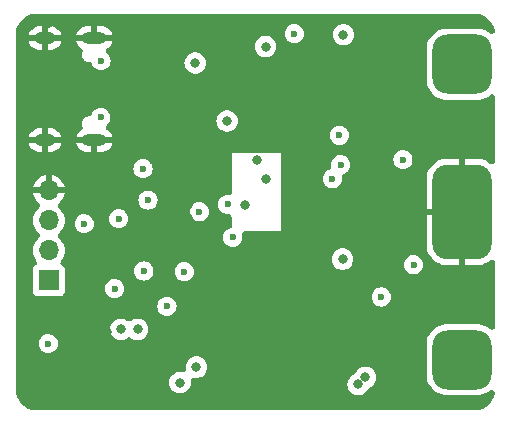
<source format=gbr>
%TF.GenerationSoftware,KiCad,Pcbnew,7.0.5*%
%TF.CreationDate,2024-02-18T20:54:15+09:00*%
%TF.ProjectId,tdc-tdt-kicad,7464632d-7464-4742-9d6b-696361642e6b,rev?*%
%TF.SameCoordinates,Original*%
%TF.FileFunction,Copper,L2,Inr*%
%TF.FilePolarity,Positive*%
%FSLAX46Y46*%
G04 Gerber Fmt 4.6, Leading zero omitted, Abs format (unit mm)*
G04 Created by KiCad (PCBNEW 7.0.5) date 2024-02-18 20:54:15*
%MOMM*%
%LPD*%
G01*
G04 APERTURE LIST*
G04 Aperture macros list*
%AMRoundRect*
0 Rectangle with rounded corners*
0 $1 Rounding radius*
0 $2 $3 $4 $5 $6 $7 $8 $9 X,Y pos of 4 corners*
0 Add a 4 corners polygon primitive as box body*
4,1,4,$2,$3,$4,$5,$6,$7,$8,$9,$2,$3,0*
0 Add four circle primitives for the rounded corners*
1,1,$1+$1,$2,$3*
1,1,$1+$1,$4,$5*
1,1,$1+$1,$6,$7*
1,1,$1+$1,$8,$9*
0 Add four rect primitives between the rounded corners*
20,1,$1+$1,$2,$3,$4,$5,0*
20,1,$1+$1,$4,$5,$6,$7,0*
20,1,$1+$1,$6,$7,$8,$9,0*
20,1,$1+$1,$8,$9,$2,$3,0*%
G04 Aperture macros list end*
%TA.AperFunction,ComponentPad*%
%ADD10R,1.700000X1.700000*%
%TD*%
%TA.AperFunction,ComponentPad*%
%ADD11O,1.700000X1.700000*%
%TD*%
%TA.AperFunction,ComponentPad*%
%ADD12RoundRect,1.250000X1.250000X-1.250000X1.250000X1.250000X-1.250000X1.250000X-1.250000X-1.250000X0*%
%TD*%
%TA.AperFunction,ComponentPad*%
%ADD13RoundRect,1.250000X1.250000X-2.750000X1.250000X2.750000X-1.250000X2.750000X-1.250000X-2.750000X0*%
%TD*%
%TA.AperFunction,ComponentPad*%
%ADD14O,2.100000X1.000000*%
%TD*%
%TA.AperFunction,ComponentPad*%
%ADD15O,1.800000X1.000000*%
%TD*%
%TA.AperFunction,ViaPad*%
%ADD16C,0.600000*%
%TD*%
%TA.AperFunction,ViaPad*%
%ADD17C,0.800000*%
%TD*%
G04 APERTURE END LIST*
D10*
%TO.N,VCC*%
%TO.C,J2*%
X132000000Y-72800000D03*
D11*
%TO.N,UART1_RX*%
X132000000Y-70260000D03*
%TO.N,UART1_TX*%
X132000000Y-67720000D03*
%TO.N,GND*%
X132000000Y-65180000D03*
%TD*%
D12*
%TO.N,TRAN_START*%
%TO.C,J1*%
X167000000Y-54500000D03*
D13*
%TO.N,GND*%
X167000000Y-67000000D03*
D12*
%TO.N,TRAN_STOP*%
X167000000Y-79500000D03*
%TD*%
D14*
%TO.N,GND*%
%TO.C,U1*%
X135860000Y-52280000D03*
D15*
X131680000Y-52280000D03*
D14*
X135860000Y-60920000D03*
D15*
X131680000Y-60920000D03*
%TD*%
D16*
%TO.N,GND*%
X147400000Y-75900000D03*
D17*
X139710000Y-54600000D03*
X153900000Y-78800000D03*
X160200000Y-71900000D03*
%TO.N,Net-(IC2-TRIGG)*%
X147100000Y-59310000D03*
%TO.N,GND*%
X142200000Y-53887500D03*
X143000000Y-61120000D03*
X140400000Y-61520000D03*
X158200000Y-76800000D03*
%TO.N,+3.3VA*%
X158200000Y-81600000D03*
X158800000Y-81000000D03*
D16*
%TO.N,+1V1*%
X137920000Y-67583000D03*
X147580000Y-69163000D03*
X144749502Y-66994268D03*
X140400000Y-66000000D03*
X147150500Y-66367326D03*
D17*
%TO.N,GND*%
X141500000Y-68700000D03*
X165000000Y-60000000D03*
D16*
X153650000Y-53800000D03*
D17*
X168500000Y-59500000D03*
X140742500Y-80544227D03*
X149600000Y-62600000D03*
X130000000Y-76000000D03*
X136912500Y-77144227D03*
X150450000Y-51000000D03*
D16*
X136050000Y-70400000D03*
X144200000Y-73800000D03*
D17*
X152400000Y-64200000D03*
X141450000Y-83144227D03*
X143800000Y-66400000D03*
X141500000Y-67550000D03*
X168500000Y-73000000D03*
X138000000Y-51000000D03*
D16*
X163945000Y-63055000D03*
X153550000Y-56600000D03*
D17*
X168500000Y-83000000D03*
D16*
X145150000Y-56200000D03*
D17*
X141500000Y-66400000D03*
X142650000Y-66400000D03*
X168000000Y-51000000D03*
X162000000Y-83000000D03*
X142650000Y-68700000D03*
X130000000Y-81000000D03*
X132000000Y-51000000D03*
D16*
X135800000Y-64920000D03*
X156400000Y-73280000D03*
X145362500Y-53187500D03*
D17*
X154400000Y-60800000D03*
X141000000Y-51000000D03*
X143800000Y-67550000D03*
X131500000Y-83000000D03*
X139912500Y-81444227D03*
X146950000Y-51000000D03*
X146312500Y-81344227D03*
X164500000Y-51000000D03*
X165500000Y-83000000D03*
D16*
X140000000Y-74200000D03*
D17*
X148650000Y-66400000D03*
D16*
X161350000Y-59200000D03*
D17*
X168500000Y-61500000D03*
X149700000Y-69200000D03*
X142650000Y-67550000D03*
X150400000Y-64200000D03*
X130000000Y-78500000D03*
X134600000Y-83100000D03*
D16*
X153600000Y-58200000D03*
D17*
X168500000Y-75000000D03*
X154950000Y-51000000D03*
X143800000Y-68700000D03*
X137950000Y-83144227D03*
%TO.N,+3.3V*%
X143112500Y-81444227D03*
X138112500Y-76944227D03*
D16*
X139975000Y-63335000D03*
X140050000Y-72000000D03*
X135000000Y-68000000D03*
X143482475Y-72057023D03*
D17*
X144500000Y-80144227D03*
X139512500Y-76944227D03*
%TO.N,+3.3VA*%
X156950000Y-52000000D03*
D16*
X156600000Y-60500000D03*
X161979500Y-62570000D03*
D17*
X144400000Y-54400000D03*
X150350000Y-53000000D03*
D16*
X152800000Y-51920000D03*
%TO.N,VBUS*%
X136430000Y-54200000D03*
X136400000Y-59000498D03*
X131950000Y-78150000D03*
%TO.N,/QSPI_SS*%
X137570882Y-73495389D03*
X142000000Y-75000000D03*
D17*
%TO.N,+2V8*%
X156874332Y-71001770D03*
D16*
X156700000Y-63000000D03*
%TO.N,MUX2*%
X162880000Y-71480000D03*
X160160000Y-74200000D03*
%TO.N,Net-(IC2-TRIGG)*%
X156000000Y-64200000D03*
%TD*%
%TA.AperFunction,Conductor*%
%TO.N,GND*%
G36*
X168004131Y-50200770D02*
G01*
X168226607Y-50215352D01*
X168243013Y-50217512D01*
X168397768Y-50248294D01*
X168457605Y-50260197D01*
X168473599Y-50264482D01*
X168680779Y-50334811D01*
X168696081Y-50341149D01*
X168892308Y-50437917D01*
X168906652Y-50446199D01*
X169088578Y-50567758D01*
X169101699Y-50577827D01*
X169266204Y-50722093D01*
X169277906Y-50733795D01*
X169422168Y-50898295D01*
X169432242Y-50911423D01*
X169536487Y-51067437D01*
X169553799Y-51093345D01*
X169562082Y-51107691D01*
X169658850Y-51303918D01*
X169665189Y-51319222D01*
X169735514Y-51526393D01*
X169739801Y-51542392D01*
X169757201Y-51629863D01*
X169757202Y-51728579D01*
X169719426Y-51819780D01*
X169649624Y-51889584D01*
X169558423Y-51927361D01*
X169459707Y-51927362D01*
X169368506Y-51889586D01*
X169358826Y-51882786D01*
X169188208Y-51756864D01*
X169188197Y-51756857D01*
X168955180Y-51633705D01*
X168706418Y-51546658D01*
X168706406Y-51546655D01*
X168447439Y-51497656D01*
X168447441Y-51497656D01*
X168337806Y-51491500D01*
X165662193Y-51491500D01*
X165552566Y-51497656D01*
X165552558Y-51497656D01*
X165552558Y-51497657D01*
X165552556Y-51497657D01*
X165552551Y-51497658D01*
X165293593Y-51546655D01*
X165293581Y-51546658D01*
X165044819Y-51633705D01*
X164811802Y-51756857D01*
X164811791Y-51756864D01*
X164599735Y-51913369D01*
X164413369Y-52099735D01*
X164256864Y-52311791D01*
X164256857Y-52311802D01*
X164133705Y-52544819D01*
X164046658Y-52793581D01*
X164046655Y-52793593D01*
X163997656Y-53052559D01*
X163991500Y-53162176D01*
X163991500Y-55837806D01*
X163997656Y-55947433D01*
X163997658Y-55947448D01*
X164046655Y-56206406D01*
X164046658Y-56206418D01*
X164133705Y-56455180D01*
X164133706Y-56455182D01*
X164256860Y-56688202D01*
X164413369Y-56900264D01*
X164599736Y-57086631D01*
X164811798Y-57243140D01*
X165044818Y-57366294D01*
X165293590Y-57453344D01*
X165552558Y-57502343D01*
X165662176Y-57508499D01*
X165662177Y-57508499D01*
X165662195Y-57508500D01*
X168337804Y-57508499D01*
X168337806Y-57508499D01*
X168357738Y-57507379D01*
X168447442Y-57502343D01*
X168706410Y-57453344D01*
X168955182Y-57366294D01*
X169188202Y-57243140D01*
X169396266Y-57089581D01*
X169485599Y-57047585D01*
X169584207Y-57042972D01*
X169677074Y-57076445D01*
X169750063Y-57142909D01*
X169792061Y-57232245D01*
X169799500Y-57293146D01*
X169799500Y-62707474D01*
X169780242Y-62804293D01*
X169725398Y-62886372D01*
X169643319Y-62941216D01*
X169546500Y-62960474D01*
X169449681Y-62941216D01*
X169396264Y-62911038D01*
X169187934Y-62757284D01*
X169187930Y-62757281D01*
X168954987Y-62634167D01*
X168954969Y-62634160D01*
X168706284Y-62547141D01*
X168706277Y-62547139D01*
X168447383Y-62498154D01*
X168447385Y-62498154D01*
X168337805Y-62492000D01*
X167254000Y-62492000D01*
X167254000Y-66031300D01*
X167101690Y-66000000D01*
X166949288Y-66000000D01*
X166797663Y-66015419D01*
X166746000Y-66031628D01*
X166746000Y-62492000D01*
X165662194Y-62492000D01*
X165552615Y-62498154D01*
X165293722Y-62547139D01*
X165293715Y-62547141D01*
X165045030Y-62634160D01*
X165045012Y-62634167D01*
X164812069Y-62757281D01*
X164812056Y-62757290D01*
X164600065Y-62913746D01*
X164413746Y-63100065D01*
X164257290Y-63312056D01*
X164257281Y-63312069D01*
X164134167Y-63545012D01*
X164134160Y-63545030D01*
X164047141Y-63793715D01*
X164047139Y-63793722D01*
X163998154Y-64052615D01*
X163992000Y-64162194D01*
X163992000Y-66746000D01*
X166032790Y-66746000D01*
X166006434Y-66847791D01*
X165996133Y-67050910D01*
X166026931Y-67251945D01*
X166027692Y-67254000D01*
X163992000Y-67254000D01*
X163992000Y-69837805D01*
X163998154Y-69947384D01*
X164047139Y-70206277D01*
X164047141Y-70206284D01*
X164134160Y-70454969D01*
X164134167Y-70454987D01*
X164257281Y-70687930D01*
X164257290Y-70687943D01*
X164413746Y-70899934D01*
X164600065Y-71086253D01*
X164812056Y-71242709D01*
X164812069Y-71242718D01*
X165045012Y-71365832D01*
X165045030Y-71365839D01*
X165293715Y-71452858D01*
X165293722Y-71452860D01*
X165552616Y-71501845D01*
X165552614Y-71501845D01*
X165662194Y-71507999D01*
X165662230Y-71508000D01*
X166746000Y-71508000D01*
X166746000Y-67968699D01*
X166898310Y-68000000D01*
X167050712Y-68000000D01*
X167202337Y-67984581D01*
X167254000Y-67968371D01*
X167254000Y-71508000D01*
X168337770Y-71508000D01*
X168337805Y-71507999D01*
X168447384Y-71501845D01*
X168706277Y-71452860D01*
X168706284Y-71452858D01*
X168954969Y-71365839D01*
X168954987Y-71365832D01*
X169187930Y-71242718D01*
X169187936Y-71242714D01*
X169396263Y-71088962D01*
X169485600Y-71046964D01*
X169584207Y-71042351D01*
X169677075Y-71075824D01*
X169750063Y-71142288D01*
X169792061Y-71231625D01*
X169799500Y-71292525D01*
X169799500Y-76706853D01*
X169780242Y-76803672D01*
X169725398Y-76885751D01*
X169643319Y-76940595D01*
X169546500Y-76959853D01*
X169449681Y-76940595D01*
X169396263Y-76910416D01*
X169188208Y-76756864D01*
X169188197Y-76756857D01*
X168955180Y-76633705D01*
X168706418Y-76546658D01*
X168706406Y-76546655D01*
X168447439Y-76497656D01*
X168447441Y-76497656D01*
X168337806Y-76491500D01*
X165662193Y-76491500D01*
X165552566Y-76497656D01*
X165552558Y-76497656D01*
X165552558Y-76497657D01*
X165552556Y-76497657D01*
X165552551Y-76497658D01*
X165293593Y-76546655D01*
X165293581Y-76546658D01*
X165044819Y-76633705D01*
X164811802Y-76756857D01*
X164811791Y-76756864D01*
X164599735Y-76913369D01*
X164413369Y-77099735D01*
X164256864Y-77311791D01*
X164256857Y-77311802D01*
X164133705Y-77544819D01*
X164046658Y-77793581D01*
X164046655Y-77793593D01*
X163997656Y-78052559D01*
X163991500Y-78162176D01*
X163991500Y-80837806D01*
X163997656Y-80947433D01*
X163997658Y-80947448D01*
X164046655Y-81206406D01*
X164046658Y-81206418D01*
X164133705Y-81455180D01*
X164256857Y-81688197D01*
X164256864Y-81688208D01*
X164411208Y-81897336D01*
X164413369Y-81900264D01*
X164599736Y-82086631D01*
X164811798Y-82243140D01*
X165044818Y-82366294D01*
X165293590Y-82453344D01*
X165552558Y-82502343D01*
X165662176Y-82508499D01*
X165662177Y-82508499D01*
X165662195Y-82508500D01*
X168337804Y-82508499D01*
X168337806Y-82508499D01*
X168357738Y-82507379D01*
X168447442Y-82502343D01*
X168706410Y-82453344D01*
X168955182Y-82366294D01*
X169188202Y-82243140D01*
X169358828Y-82117211D01*
X169448162Y-82075215D01*
X169546770Y-82070602D01*
X169639637Y-82104075D01*
X169712626Y-82170539D01*
X169754624Y-82259875D01*
X169759237Y-82358483D01*
X169757201Y-82370136D01*
X169739801Y-82457607D01*
X169735514Y-82473606D01*
X169665189Y-82680777D01*
X169658850Y-82696081D01*
X169562082Y-82892308D01*
X169553799Y-82906654D01*
X169478669Y-83019094D01*
X169432247Y-83088568D01*
X169422168Y-83101704D01*
X169277912Y-83266198D01*
X169266198Y-83277912D01*
X169101704Y-83422168D01*
X169088568Y-83432247D01*
X169019094Y-83478669D01*
X168906654Y-83553799D01*
X168892308Y-83562082D01*
X168696081Y-83658850D01*
X168680777Y-83665189D01*
X168473606Y-83735515D01*
X168457605Y-83739802D01*
X168243019Y-83782485D01*
X168226596Y-83784648D01*
X168171451Y-83788262D01*
X168004130Y-83799229D01*
X167995862Y-83799500D01*
X131004138Y-83799500D01*
X130995868Y-83799229D01*
X130773403Y-83784648D01*
X130756980Y-83782485D01*
X130542394Y-83739802D01*
X130526393Y-83735515D01*
X130319222Y-83665189D01*
X130303918Y-83658850D01*
X130107691Y-83562082D01*
X130093345Y-83553799D01*
X130067437Y-83536487D01*
X129911423Y-83432242D01*
X129898295Y-83422168D01*
X129733795Y-83277906D01*
X129722093Y-83266204D01*
X129577827Y-83101699D01*
X129567758Y-83088578D01*
X129446199Y-82906652D01*
X129437917Y-82892308D01*
X129341149Y-82696081D01*
X129334810Y-82680777D01*
X129274239Y-82502343D01*
X129264482Y-82473599D01*
X129260197Y-82457605D01*
X129217514Y-82243019D01*
X129215352Y-82226609D01*
X129200768Y-82004101D01*
X129200500Y-81995886D01*
X129200500Y-81960118D01*
X129200500Y-81960117D01*
X129200500Y-81444227D01*
X142198996Y-81444227D01*
X142218958Y-81634157D01*
X142277973Y-81815785D01*
X142373460Y-81981172D01*
X142501244Y-82123091D01*
X142501248Y-82123094D01*
X142655747Y-82235344D01*
X142655748Y-82235345D01*
X142830212Y-82313021D01*
X142830217Y-82313022D01*
X142830220Y-82313023D01*
X143017008Y-82352726D01*
X143017013Y-82352727D01*
X143017015Y-82352727D01*
X143207985Y-82352727D01*
X143207987Y-82352727D01*
X143394788Y-82313021D01*
X143569252Y-82235345D01*
X143723753Y-82123093D01*
X143729048Y-82117213D01*
X143851539Y-81981172D01*
X143863696Y-81960117D01*
X143947027Y-81815783D01*
X144006042Y-81634155D01*
X144009632Y-81600000D01*
X157286496Y-81600000D01*
X157306458Y-81789930D01*
X157365473Y-81971558D01*
X157460960Y-82136945D01*
X157588744Y-82278864D01*
X157588748Y-82278867D01*
X157743247Y-82391117D01*
X157743248Y-82391118D01*
X157917712Y-82468794D01*
X157917717Y-82468795D01*
X157917720Y-82468796D01*
X158104508Y-82508499D01*
X158104513Y-82508500D01*
X158104515Y-82508500D01*
X158295485Y-82508500D01*
X158295487Y-82508500D01*
X158413654Y-82483382D01*
X158482279Y-82468796D01*
X158482279Y-82468795D01*
X158482288Y-82468794D01*
X158656752Y-82391118D01*
X158811253Y-82278866D01*
X158939040Y-82136944D01*
X159034527Y-81971556D01*
X159034528Y-81971551D01*
X159034531Y-81971547D01*
X159039920Y-81959444D01*
X159043268Y-81960934D01*
X159078860Y-81897336D01*
X159156364Y-81836197D01*
X159168390Y-81830459D01*
X159256752Y-81791118D01*
X159411253Y-81678866D01*
X159539040Y-81536944D01*
X159634527Y-81371556D01*
X159693542Y-81189928D01*
X159713504Y-81000000D01*
X159693542Y-80810072D01*
X159634527Y-80628444D01*
X159634526Y-80628443D01*
X159634526Y-80628441D01*
X159539039Y-80463054D01*
X159411255Y-80321135D01*
X159411251Y-80321132D01*
X159256752Y-80208882D01*
X159256753Y-80208882D01*
X159082288Y-80131206D01*
X159082279Y-80131203D01*
X158895491Y-80091500D01*
X158895487Y-80091500D01*
X158704513Y-80091500D01*
X158704508Y-80091500D01*
X158517720Y-80131203D01*
X158517711Y-80131206D01*
X158343246Y-80208882D01*
X158188748Y-80321132D01*
X158188744Y-80321135D01*
X158060960Y-80463054D01*
X157965474Y-80628440D01*
X157960083Y-80640550D01*
X157956751Y-80639066D01*
X157921009Y-80702817D01*
X157843456Y-80763894D01*
X157831612Y-80769539D01*
X157743248Y-80808881D01*
X157743247Y-80808882D01*
X157588748Y-80921132D01*
X157588744Y-80921135D01*
X157460960Y-81063054D01*
X157365473Y-81228441D01*
X157306458Y-81410069D01*
X157286496Y-81600000D01*
X144009632Y-81600000D01*
X144026004Y-81444227D01*
X144011665Y-81307801D01*
X144020697Y-81209504D01*
X144066661Y-81122142D01*
X144142557Y-81059019D01*
X144236833Y-81029745D01*
X144315880Y-81033888D01*
X144404508Y-81052726D01*
X144404513Y-81052727D01*
X144404515Y-81052727D01*
X144595485Y-81052727D01*
X144595487Y-81052727D01*
X144782288Y-81013021D01*
X144956752Y-80935345D01*
X145111253Y-80823093D01*
X145239040Y-80681171D01*
X145334527Y-80515783D01*
X145393542Y-80334155D01*
X145413504Y-80144227D01*
X145393542Y-79954299D01*
X145334527Y-79772671D01*
X145334526Y-79772670D01*
X145334526Y-79772668D01*
X145239039Y-79607281D01*
X145111255Y-79465362D01*
X145111251Y-79465359D01*
X144956752Y-79353109D01*
X144956753Y-79353109D01*
X144782288Y-79275433D01*
X144782279Y-79275430D01*
X144595491Y-79235727D01*
X144595487Y-79235727D01*
X144404513Y-79235727D01*
X144404508Y-79235727D01*
X144217720Y-79275430D01*
X144217711Y-79275433D01*
X144043246Y-79353109D01*
X143888748Y-79465359D01*
X143888744Y-79465362D01*
X143760960Y-79607281D01*
X143665473Y-79772668D01*
X143606458Y-79954296D01*
X143586496Y-80144227D01*
X143586496Y-80144228D01*
X143600834Y-80280649D01*
X143591801Y-80378951D01*
X143545837Y-80466313D01*
X143469941Y-80529435D01*
X143375665Y-80558708D01*
X143296621Y-80554566D01*
X143207987Y-80535727D01*
X143017013Y-80535727D01*
X143017008Y-80535727D01*
X142830220Y-80575430D01*
X142830211Y-80575433D01*
X142655746Y-80653109D01*
X142501248Y-80765359D01*
X142501244Y-80765362D01*
X142373460Y-80907281D01*
X142277973Y-81072668D01*
X142218958Y-81254296D01*
X142198996Y-81444227D01*
X129200500Y-81444227D01*
X129200500Y-78150001D01*
X131136384Y-78150001D01*
X131156783Y-78331046D01*
X131216957Y-78503016D01*
X131313886Y-78657277D01*
X131313889Y-78657281D01*
X131442719Y-78786111D01*
X131596985Y-78883043D01*
X131768953Y-78943217D01*
X131931665Y-78961550D01*
X131949999Y-78963616D01*
X131950000Y-78963616D01*
X131950001Y-78963616D01*
X131966648Y-78961740D01*
X132131047Y-78943217D01*
X132303015Y-78883043D01*
X132457281Y-78786111D01*
X132586111Y-78657281D01*
X132683043Y-78503015D01*
X132743217Y-78331047D01*
X132763616Y-78150000D01*
X132743217Y-77968953D01*
X132683043Y-77796985D01*
X132586111Y-77642719D01*
X132457281Y-77513889D01*
X132457277Y-77513886D01*
X132303016Y-77416957D01*
X132217031Y-77386869D01*
X132131047Y-77356783D01*
X132040523Y-77346583D01*
X131950001Y-77336384D01*
X131949999Y-77336384D01*
X131768953Y-77356783D01*
X131596983Y-77416957D01*
X131442722Y-77513886D01*
X131442718Y-77513889D01*
X131313889Y-77642718D01*
X131313886Y-77642722D01*
X131216957Y-77796983D01*
X131156783Y-77968953D01*
X131136384Y-78149998D01*
X131136384Y-78150001D01*
X129200500Y-78150001D01*
X129200500Y-76944227D01*
X137198996Y-76944227D01*
X137218958Y-77134157D01*
X137277973Y-77315785D01*
X137373460Y-77481172D01*
X137501244Y-77623091D01*
X137501248Y-77623094D01*
X137655747Y-77735344D01*
X137655748Y-77735345D01*
X137830212Y-77813021D01*
X137830217Y-77813022D01*
X137830220Y-77813023D01*
X138017008Y-77852726D01*
X138017013Y-77852727D01*
X138017015Y-77852727D01*
X138207985Y-77852727D01*
X138207987Y-77852727D01*
X138394788Y-77813021D01*
X138569252Y-77735345D01*
X138663792Y-77666656D01*
X138753436Y-77625330D01*
X138852076Y-77621453D01*
X138944690Y-77655620D01*
X138961189Y-77666644D01*
X139055748Y-77735345D01*
X139230212Y-77813021D01*
X139230217Y-77813022D01*
X139230220Y-77813023D01*
X139417008Y-77852726D01*
X139417013Y-77852727D01*
X139417015Y-77852727D01*
X139607985Y-77852727D01*
X139607987Y-77852727D01*
X139794788Y-77813021D01*
X139969252Y-77735345D01*
X140123753Y-77623093D01*
X140251540Y-77481171D01*
X140347027Y-77315783D01*
X140406042Y-77134155D01*
X140426004Y-76944227D01*
X140406042Y-76754299D01*
X140347027Y-76572671D01*
X140347026Y-76572670D01*
X140347026Y-76572668D01*
X140251539Y-76407281D01*
X140123755Y-76265362D01*
X140123751Y-76265359D01*
X139969252Y-76153109D01*
X139969253Y-76153109D01*
X139794788Y-76075433D01*
X139794779Y-76075430D01*
X139607991Y-76035727D01*
X139607987Y-76035727D01*
X139417013Y-76035727D01*
X139417008Y-76035727D01*
X139230220Y-76075430D01*
X139230211Y-76075433D01*
X139055747Y-76153109D01*
X138961209Y-76221795D01*
X138871561Y-76263123D01*
X138772921Y-76266998D01*
X138680307Y-76232831D01*
X138663791Y-76221795D01*
X138569252Y-76153109D01*
X138394788Y-76075433D01*
X138394779Y-76075430D01*
X138207991Y-76035727D01*
X138207987Y-76035727D01*
X138017013Y-76035727D01*
X138017008Y-76035727D01*
X137830220Y-76075430D01*
X137830211Y-76075433D01*
X137655746Y-76153109D01*
X137501248Y-76265359D01*
X137501244Y-76265362D01*
X137373460Y-76407281D01*
X137277973Y-76572668D01*
X137218958Y-76754296D01*
X137198996Y-76944227D01*
X129200500Y-76944227D01*
X129200500Y-75000001D01*
X141186384Y-75000001D01*
X141206783Y-75181046D01*
X141266957Y-75353016D01*
X141363886Y-75507277D01*
X141363889Y-75507281D01*
X141492719Y-75636111D01*
X141646985Y-75733043D01*
X141818953Y-75793217D01*
X141981665Y-75811550D01*
X141999999Y-75813616D01*
X142000000Y-75813616D01*
X142000001Y-75813616D01*
X142016648Y-75811740D01*
X142181047Y-75793217D01*
X142353015Y-75733043D01*
X142507281Y-75636111D01*
X142636111Y-75507281D01*
X142733043Y-75353015D01*
X142793217Y-75181047D01*
X142813616Y-75000000D01*
X142793217Y-74818953D01*
X142733043Y-74646985D01*
X142636111Y-74492719D01*
X142507281Y-74363889D01*
X142507277Y-74363886D01*
X142353016Y-74266957D01*
X142242916Y-74228432D01*
X142181047Y-74206783D01*
X142120857Y-74200001D01*
X159346384Y-74200001D01*
X159353928Y-74266957D01*
X159364849Y-74363886D01*
X159366783Y-74381046D01*
X159426957Y-74553016D01*
X159486001Y-74646983D01*
X159523889Y-74707281D01*
X159652719Y-74836111D01*
X159806985Y-74933043D01*
X159978953Y-74993217D01*
X160141665Y-75011550D01*
X160159999Y-75013616D01*
X160160000Y-75013616D01*
X160160001Y-75013616D01*
X160176648Y-75011740D01*
X160341047Y-74993217D01*
X160513015Y-74933043D01*
X160667281Y-74836111D01*
X160796111Y-74707281D01*
X160893043Y-74553015D01*
X160953217Y-74381047D01*
X160973616Y-74200000D01*
X160953217Y-74018953D01*
X160893043Y-73846985D01*
X160837881Y-73759196D01*
X160796113Y-73692722D01*
X160796110Y-73692718D01*
X160667281Y-73563889D01*
X160667277Y-73563886D01*
X160513016Y-73466957D01*
X160427030Y-73436869D01*
X160341047Y-73406783D01*
X160250523Y-73396583D01*
X160160001Y-73386384D01*
X160159999Y-73386384D01*
X159978953Y-73406783D01*
X159806983Y-73466957D01*
X159652722Y-73563886D01*
X159652718Y-73563889D01*
X159523889Y-73692718D01*
X159523886Y-73692722D01*
X159426957Y-73846983D01*
X159366783Y-74018953D01*
X159346384Y-74199998D01*
X159346384Y-74200001D01*
X142120857Y-74200001D01*
X142090523Y-74196583D01*
X142000001Y-74186384D01*
X141999999Y-74186384D01*
X141818953Y-74206783D01*
X141646983Y-74266957D01*
X141492722Y-74363886D01*
X141492718Y-74363889D01*
X141363889Y-74492718D01*
X141363886Y-74492722D01*
X141266957Y-74646983D01*
X141206783Y-74818953D01*
X141186384Y-74999998D01*
X141186384Y-75000001D01*
X129200500Y-75000001D01*
X129200500Y-70260000D01*
X130636844Y-70260000D01*
X130655435Y-70484365D01*
X130655436Y-70484370D01*
X130710703Y-70702612D01*
X130710706Y-70702620D01*
X130801138Y-70908789D01*
X130924278Y-71097269D01*
X130945238Y-71120037D01*
X130996644Y-71204312D01*
X131011885Y-71301844D01*
X130988642Y-71397785D01*
X130930454Y-71477527D01*
X130910720Y-71493925D01*
X130786742Y-71586735D01*
X130786737Y-71586740D01*
X130699113Y-71703791D01*
X130648009Y-71840803D01*
X130641501Y-71901345D01*
X130641500Y-71901365D01*
X130641500Y-73698634D01*
X130641501Y-73698654D01*
X130648009Y-73759196D01*
X130648011Y-73759201D01*
X130699111Y-73896204D01*
X130699112Y-73896205D01*
X130699113Y-73896208D01*
X130786737Y-74013259D01*
X130786740Y-74013262D01*
X130903791Y-74100886D01*
X130903792Y-74100886D01*
X130903796Y-74100889D01*
X131040799Y-74151989D01*
X131040802Y-74151989D01*
X131040804Y-74151990D01*
X131040802Y-74151990D01*
X131089065Y-74157178D01*
X131101362Y-74158500D01*
X131101365Y-74158500D01*
X132898635Y-74158500D01*
X132898638Y-74158500D01*
X132921479Y-74156044D01*
X132959196Y-74151990D01*
X132959197Y-74151989D01*
X132959201Y-74151989D01*
X133096204Y-74100889D01*
X133213261Y-74013261D01*
X133300889Y-73896204D01*
X133351989Y-73759201D01*
X133358500Y-73698638D01*
X133358500Y-73495389D01*
X136757266Y-73495389D01*
X136777665Y-73676436D01*
X136806624Y-73759196D01*
X136837839Y-73848405D01*
X136934768Y-74002666D01*
X136934771Y-74002670D01*
X137063600Y-74131499D01*
X137063604Y-74131502D01*
X137172614Y-74199998D01*
X137217867Y-74228432D01*
X137389835Y-74288606D01*
X137552547Y-74306939D01*
X137570881Y-74309005D01*
X137570882Y-74309005D01*
X137570883Y-74309005D01*
X137587530Y-74307129D01*
X137751929Y-74288606D01*
X137923897Y-74228432D01*
X138078163Y-74131500D01*
X138206993Y-74002670D01*
X138303925Y-73848404D01*
X138364099Y-73676436D01*
X138384498Y-73495389D01*
X138381294Y-73466957D01*
X138380746Y-73462092D01*
X138364099Y-73314342D01*
X138303925Y-73142374D01*
X138206993Y-72988108D01*
X138078163Y-72859278D01*
X138078159Y-72859275D01*
X137923898Y-72762346D01*
X137837912Y-72732259D01*
X137751929Y-72702172D01*
X137661405Y-72691972D01*
X137570883Y-72681773D01*
X137570881Y-72681773D01*
X137389835Y-72702172D01*
X137217865Y-72762346D01*
X137063604Y-72859275D01*
X137063600Y-72859278D01*
X136934771Y-72988107D01*
X136934768Y-72988111D01*
X136837839Y-73142372D01*
X136777665Y-73314342D01*
X136760470Y-73466957D01*
X136757266Y-73495389D01*
X133358500Y-73495389D01*
X133358500Y-72000000D01*
X139236384Y-72000000D01*
X139256783Y-72181047D01*
X139267979Y-72213043D01*
X139316957Y-72353016D01*
X139413886Y-72507277D01*
X139413889Y-72507281D01*
X139542718Y-72636110D01*
X139542722Y-72636113D01*
X139633473Y-72693136D01*
X139696985Y-72733043D01*
X139868953Y-72793217D01*
X140031665Y-72811550D01*
X140049999Y-72813616D01*
X140050000Y-72813616D01*
X140050001Y-72813616D01*
X140066648Y-72811740D01*
X140231047Y-72793217D01*
X140403015Y-72733043D01*
X140557281Y-72636111D01*
X140686111Y-72507281D01*
X140783043Y-72353015D01*
X140843217Y-72181047D01*
X140857191Y-72057023D01*
X142668859Y-72057023D01*
X142689258Y-72238070D01*
X142708694Y-72293616D01*
X142749432Y-72410039D01*
X142846361Y-72564300D01*
X142846364Y-72564304D01*
X142975193Y-72693133D01*
X142975197Y-72693136D01*
X143038708Y-72733043D01*
X143129460Y-72790066D01*
X143301428Y-72850240D01*
X143464140Y-72868573D01*
X143482474Y-72870639D01*
X143482475Y-72870639D01*
X143482476Y-72870639D01*
X143499123Y-72868763D01*
X143663522Y-72850240D01*
X143835490Y-72790066D01*
X143989756Y-72693134D01*
X144118586Y-72564304D01*
X144215518Y-72410038D01*
X144275692Y-72238070D01*
X144296091Y-72057023D01*
X144275692Y-71875976D01*
X144215518Y-71704008D01*
X144200832Y-71680636D01*
X144118588Y-71549745D01*
X144118585Y-71549741D01*
X143989756Y-71420912D01*
X143989752Y-71420909D01*
X143835491Y-71323980D01*
X143745596Y-71292525D01*
X143663522Y-71263806D01*
X143572998Y-71253606D01*
X143482476Y-71243407D01*
X143482474Y-71243407D01*
X143301428Y-71263806D01*
X143129458Y-71323980D01*
X142975197Y-71420909D01*
X142975193Y-71420912D01*
X142846364Y-71549741D01*
X142846361Y-71549745D01*
X142749432Y-71704006D01*
X142691152Y-71870563D01*
X142689258Y-71875976D01*
X142668859Y-72057023D01*
X140857191Y-72057023D01*
X140863616Y-72000000D01*
X140862182Y-71987277D01*
X140853506Y-71910270D01*
X140843217Y-71818953D01*
X140783043Y-71646985D01*
X140745188Y-71586740D01*
X140686113Y-71492722D01*
X140686110Y-71492718D01*
X140557281Y-71363889D01*
X140557277Y-71363886D01*
X140403016Y-71266957D01*
X140317031Y-71236869D01*
X140231047Y-71206783D01*
X140140523Y-71196583D01*
X140050001Y-71186384D01*
X140049999Y-71186384D01*
X139868953Y-71206783D01*
X139696983Y-71266957D01*
X139542722Y-71363886D01*
X139542718Y-71363889D01*
X139413889Y-71492718D01*
X139413886Y-71492722D01*
X139316957Y-71646983D01*
X139256783Y-71818953D01*
X139237818Y-71987277D01*
X139236384Y-72000000D01*
X133358500Y-72000000D01*
X133358500Y-71901362D01*
X133355189Y-71870563D01*
X133351990Y-71840803D01*
X133349086Y-71833016D01*
X133300889Y-71703796D01*
X133300886Y-71703792D01*
X133300886Y-71703791D01*
X133213262Y-71586740D01*
X133213261Y-71586739D01*
X133089279Y-71493926D01*
X133023313Y-71420487D01*
X132990473Y-71327394D01*
X132995757Y-71228820D01*
X133038362Y-71139771D01*
X133054764Y-71120034D01*
X133075721Y-71097269D01*
X133081149Y-71088962D01*
X133138115Y-71001769D01*
X155960828Y-71001769D01*
X155980790Y-71191700D01*
X156039805Y-71373328D01*
X156135292Y-71538715D01*
X156263076Y-71680634D01*
X156263080Y-71680637D01*
X156417579Y-71792887D01*
X156417580Y-71792888D01*
X156592044Y-71870564D01*
X156592049Y-71870565D01*
X156592052Y-71870566D01*
X156778840Y-71910269D01*
X156778845Y-71910270D01*
X156778847Y-71910270D01*
X156969817Y-71910270D01*
X156969819Y-71910270D01*
X157156620Y-71870564D01*
X157331084Y-71792888D01*
X157485585Y-71680636D01*
X157515885Y-71646985D01*
X157613371Y-71538715D01*
X157631105Y-71508000D01*
X157647271Y-71480000D01*
X162066384Y-71480000D01*
X162086783Y-71661047D01*
X162101815Y-71704006D01*
X162146957Y-71833016D01*
X162243886Y-71987277D01*
X162243889Y-71987281D01*
X162372718Y-72116110D01*
X162372722Y-72116113D01*
X162476063Y-72181047D01*
X162526985Y-72213043D01*
X162698953Y-72273217D01*
X162861665Y-72291550D01*
X162879999Y-72293616D01*
X162880000Y-72293616D01*
X162880001Y-72293616D01*
X162896648Y-72291740D01*
X163061047Y-72273217D01*
X163233015Y-72213043D01*
X163387281Y-72116111D01*
X163516111Y-71987281D01*
X163613043Y-71833015D01*
X163673217Y-71661047D01*
X163693616Y-71480000D01*
X163693337Y-71477527D01*
X163686958Y-71420909D01*
X163673217Y-71298953D01*
X163613043Y-71126985D01*
X163608677Y-71120037D01*
X163516113Y-70972722D01*
X163516110Y-70972718D01*
X163387281Y-70843889D01*
X163387277Y-70843886D01*
X163233016Y-70746957D01*
X163147030Y-70716870D01*
X163061047Y-70686783D01*
X162970523Y-70676583D01*
X162880001Y-70666384D01*
X162879999Y-70666384D01*
X162698953Y-70686783D01*
X162526983Y-70746957D01*
X162372722Y-70843886D01*
X162372718Y-70843889D01*
X162243889Y-70972718D01*
X162243886Y-70972722D01*
X162146957Y-71126983D01*
X162086783Y-71298953D01*
X162066663Y-71477527D01*
X162066384Y-71480000D01*
X157647271Y-71480000D01*
X157708859Y-71373326D01*
X157767874Y-71191698D01*
X157787836Y-71001770D01*
X157767874Y-70811842D01*
X157708859Y-70630214D01*
X157708858Y-70630213D01*
X157708858Y-70630211D01*
X157613371Y-70464824D01*
X157485587Y-70322905D01*
X157485583Y-70322902D01*
X157331084Y-70210652D01*
X157331085Y-70210652D01*
X157156620Y-70132976D01*
X157156611Y-70132973D01*
X156969823Y-70093270D01*
X156969819Y-70093270D01*
X156778845Y-70093270D01*
X156778840Y-70093270D01*
X156592052Y-70132973D01*
X156592043Y-70132976D01*
X156417578Y-70210652D01*
X156263080Y-70322902D01*
X156263076Y-70322905D01*
X156135292Y-70464824D01*
X156039805Y-70630211D01*
X155980790Y-70811839D01*
X155960828Y-71001769D01*
X133138115Y-71001769D01*
X133198860Y-70908791D01*
X133289296Y-70702616D01*
X133344564Y-70484368D01*
X133363156Y-70260000D01*
X133344564Y-70035632D01*
X133289296Y-69817384D01*
X133224771Y-69670281D01*
X133198861Y-69611210D01*
X133075721Y-69422730D01*
X132923246Y-69257100D01*
X132923243Y-69257098D01*
X132923240Y-69257094D01*
X132836587Y-69189648D01*
X132772016Y-69114988D01*
X132740930Y-69021294D01*
X132748065Y-68922837D01*
X132792334Y-68834604D01*
X132836584Y-68790353D01*
X132923240Y-68722906D01*
X133075722Y-68557268D01*
X133198860Y-68368791D01*
X133205780Y-68353016D01*
X133221997Y-68316043D01*
X133289296Y-68162616D01*
X133330476Y-68000001D01*
X134186384Y-68000001D01*
X134206783Y-68181046D01*
X134266957Y-68353016D01*
X134363886Y-68507277D01*
X134363889Y-68507281D01*
X134492718Y-68636110D01*
X134492722Y-68636113D01*
X134523929Y-68655722D01*
X134646985Y-68733043D01*
X134818953Y-68793217D01*
X134981665Y-68811550D01*
X134999999Y-68813616D01*
X135000000Y-68813616D01*
X135000001Y-68813616D01*
X135016648Y-68811740D01*
X135181047Y-68793217D01*
X135353015Y-68733043D01*
X135507281Y-68636111D01*
X135636111Y-68507281D01*
X135733043Y-68353015D01*
X135793217Y-68181047D01*
X135813616Y-68000000D01*
X135793217Y-67818953D01*
X135733043Y-67646985D01*
X135692839Y-67583001D01*
X137106384Y-67583001D01*
X137113593Y-67646983D01*
X137126783Y-67764047D01*
X137148110Y-67824996D01*
X137186957Y-67936016D01*
X137283886Y-68090277D01*
X137283889Y-68090281D01*
X137412718Y-68219110D01*
X137412722Y-68219113D01*
X137464631Y-68251730D01*
X137566985Y-68316043D01*
X137738953Y-68376217D01*
X137894235Y-68393713D01*
X137919999Y-68396616D01*
X137920000Y-68396616D01*
X137920001Y-68396616D01*
X137936648Y-68394740D01*
X138101047Y-68376217D01*
X138273015Y-68316043D01*
X138427281Y-68219111D01*
X138556111Y-68090281D01*
X138653043Y-67936015D01*
X138713217Y-67764047D01*
X138733616Y-67583000D01*
X138713217Y-67401953D01*
X138653043Y-67229985D01*
X138618691Y-67175315D01*
X138556113Y-67075722D01*
X138556110Y-67075718D01*
X138474660Y-66994268D01*
X143935886Y-66994268D01*
X143956285Y-67175315D01*
X143967296Y-67206783D01*
X144016459Y-67347284D01*
X144113388Y-67501545D01*
X144113391Y-67501549D01*
X144242220Y-67630378D01*
X144242224Y-67630381D01*
X144384851Y-67720000D01*
X144396487Y-67727311D01*
X144568455Y-67787485D01*
X144731167Y-67805818D01*
X144749501Y-67807884D01*
X144749502Y-67807884D01*
X144749503Y-67807884D01*
X144766150Y-67806008D01*
X144930549Y-67787485D01*
X145102517Y-67727311D01*
X145256783Y-67630379D01*
X145385613Y-67501549D01*
X145482545Y-67347283D01*
X145542719Y-67175315D01*
X145563118Y-66994268D01*
X145542719Y-66813221D01*
X145482545Y-66641253D01*
X145479315Y-66636113D01*
X145385615Y-66486990D01*
X145385612Y-66486986D01*
X145265952Y-66367326D01*
X146336884Y-66367326D01*
X146350366Y-66486987D01*
X146357283Y-66548372D01*
X146417457Y-66720342D01*
X146514386Y-66874603D01*
X146514389Y-66874607D01*
X146643218Y-67003436D01*
X146643222Y-67003439D01*
X146758259Y-67075722D01*
X146797485Y-67100369D01*
X146969453Y-67160543D01*
X147150500Y-67180942D01*
X147218675Y-67173260D01*
X147317037Y-67181556D01*
X147404741Y-67226864D01*
X147468430Y-67302286D01*
X147498409Y-67396339D01*
X147500000Y-67424669D01*
X147500000Y-68154911D01*
X147480742Y-68251730D01*
X147425898Y-68333809D01*
X147343819Y-68388653D01*
X147330562Y-68393713D01*
X147226985Y-68429956D01*
X147072722Y-68526886D01*
X147072718Y-68526889D01*
X146943889Y-68655718D01*
X146943886Y-68655722D01*
X146846957Y-68809983D01*
X146786783Y-68981953D01*
X146766384Y-69162998D01*
X146766384Y-69163001D01*
X146786783Y-69344046D01*
X146846957Y-69516016D01*
X146906772Y-69611210D01*
X146943889Y-69670281D01*
X147072719Y-69799111D01*
X147226985Y-69896043D01*
X147398953Y-69956217D01*
X147561665Y-69974550D01*
X147579999Y-69976616D01*
X147580000Y-69976616D01*
X147580001Y-69976616D01*
X147596648Y-69974740D01*
X147761047Y-69956217D01*
X147933015Y-69896043D01*
X148087281Y-69799111D01*
X148216111Y-69670281D01*
X148313043Y-69516015D01*
X148373217Y-69344047D01*
X148393616Y-69163000D01*
X148373217Y-68981953D01*
X148357332Y-68936558D01*
X148343534Y-68838814D01*
X148368191Y-68743227D01*
X148427550Y-68664352D01*
X148512576Y-68614197D01*
X148596136Y-68600000D01*
X151700000Y-68600000D01*
X151700000Y-64200000D01*
X155186384Y-64200000D01*
X155202501Y-64343047D01*
X155206783Y-64381046D01*
X155266957Y-64553016D01*
X155363886Y-64707277D01*
X155363889Y-64707281D01*
X155492718Y-64836110D01*
X155492722Y-64836113D01*
X155635774Y-64925999D01*
X155646985Y-64933043D01*
X155818953Y-64993217D01*
X155981665Y-65011550D01*
X155999999Y-65013616D01*
X156000000Y-65013616D01*
X156000001Y-65013616D01*
X156016648Y-65011740D01*
X156181047Y-64993217D01*
X156353015Y-64933043D01*
X156507281Y-64836111D01*
X156636111Y-64707281D01*
X156733043Y-64553015D01*
X156793217Y-64381047D01*
X156813616Y-64200000D01*
X156794668Y-64031834D01*
X156802965Y-63933473D01*
X156848273Y-63845769D01*
X156923695Y-63782080D01*
X156962510Y-63764711D01*
X157053015Y-63733043D01*
X157207281Y-63636111D01*
X157336111Y-63507281D01*
X157433043Y-63353015D01*
X157493217Y-63181047D01*
X157513616Y-63000000D01*
X157493217Y-62818953D01*
X157433043Y-62646985D01*
X157424984Y-62634160D01*
X157384670Y-62570000D01*
X161165884Y-62570000D01*
X161186283Y-62751047D01*
X161188468Y-62757290D01*
X161246457Y-62923016D01*
X161343386Y-63077277D01*
X161343389Y-63077281D01*
X161472219Y-63206111D01*
X161626485Y-63303043D01*
X161798453Y-63363217D01*
X161961165Y-63381550D01*
X161979499Y-63383616D01*
X161979500Y-63383616D01*
X161979501Y-63383616D01*
X161996148Y-63381740D01*
X162160547Y-63363217D01*
X162332515Y-63303043D01*
X162486781Y-63206111D01*
X162615611Y-63077281D01*
X162712543Y-62923015D01*
X162772717Y-62751047D01*
X162793116Y-62570000D01*
X162772717Y-62388953D01*
X162712543Y-62216985D01*
X162615611Y-62062719D01*
X162486781Y-61933889D01*
X162486777Y-61933886D01*
X162332516Y-61836957D01*
X162246531Y-61806870D01*
X162160547Y-61776783D01*
X162030915Y-61762177D01*
X161979501Y-61756384D01*
X161979499Y-61756384D01*
X161798453Y-61776783D01*
X161626483Y-61836957D01*
X161472222Y-61933886D01*
X161472218Y-61933889D01*
X161343389Y-62062718D01*
X161343386Y-62062722D01*
X161246457Y-62216983D01*
X161186283Y-62388953D01*
X161168460Y-62547141D01*
X161165884Y-62570000D01*
X157384670Y-62570000D01*
X157336113Y-62492722D01*
X157336110Y-62492718D01*
X157207281Y-62363889D01*
X157207277Y-62363886D01*
X157053016Y-62266957D01*
X156967030Y-62236870D01*
X156881047Y-62206783D01*
X156790523Y-62196583D01*
X156700001Y-62186384D01*
X156699999Y-62186384D01*
X156518953Y-62206783D01*
X156346983Y-62266957D01*
X156192722Y-62363886D01*
X156192718Y-62363889D01*
X156063889Y-62492718D01*
X156063886Y-62492722D01*
X155966957Y-62646983D01*
X155906783Y-62818953D01*
X155886384Y-62999998D01*
X155886384Y-63000001D01*
X155905331Y-63168161D01*
X155897034Y-63266527D01*
X155851725Y-63354231D01*
X155776303Y-63417920D01*
X155737483Y-63435290D01*
X155646986Y-63466956D01*
X155492722Y-63563886D01*
X155492718Y-63563889D01*
X155363889Y-63692718D01*
X155363886Y-63692722D01*
X155266957Y-63846983D01*
X155206783Y-64018953D01*
X155192174Y-64148616D01*
X155186384Y-64200000D01*
X151700000Y-64200000D01*
X151700000Y-62000000D01*
X147500000Y-62000000D01*
X147500000Y-65309982D01*
X147480742Y-65406801D01*
X147425898Y-65488880D01*
X147343819Y-65543724D01*
X147247000Y-65562982D01*
X147218673Y-65561391D01*
X147150502Y-65553710D01*
X147150499Y-65553710D01*
X146969453Y-65574109D01*
X146797483Y-65634283D01*
X146643222Y-65731212D01*
X146643218Y-65731215D01*
X146514389Y-65860044D01*
X146514386Y-65860048D01*
X146417457Y-66014309D01*
X146361228Y-66175004D01*
X146357283Y-66186279D01*
X146336884Y-66367326D01*
X145265952Y-66367326D01*
X145256783Y-66358157D01*
X145256779Y-66358154D01*
X145102518Y-66261225D01*
X145016532Y-66231138D01*
X144930549Y-66201051D01*
X144840025Y-66190851D01*
X144749503Y-66180652D01*
X144749501Y-66180652D01*
X144568455Y-66201051D01*
X144396485Y-66261225D01*
X144242224Y-66358154D01*
X144242220Y-66358157D01*
X144113391Y-66486986D01*
X144113388Y-66486990D01*
X144016459Y-66641251D01*
X143956285Y-66813221D01*
X143941225Y-66946886D01*
X143935886Y-66994268D01*
X138474660Y-66994268D01*
X138427281Y-66946889D01*
X138427277Y-66946886D01*
X138273016Y-66849957D01*
X138168029Y-66813221D01*
X138101047Y-66789783D01*
X138010523Y-66779583D01*
X137920001Y-66769384D01*
X137919999Y-66769384D01*
X137738953Y-66789783D01*
X137566983Y-66849957D01*
X137412722Y-66946886D01*
X137412718Y-66946889D01*
X137283889Y-67075718D01*
X137283886Y-67075722D01*
X137186957Y-67229983D01*
X137126783Y-67401953D01*
X137106384Y-67582998D01*
X137106384Y-67583001D01*
X135692839Y-67583001D01*
X135692838Y-67583000D01*
X135636113Y-67492722D01*
X135636110Y-67492718D01*
X135507281Y-67363889D01*
X135507277Y-67363886D01*
X135353016Y-67266957D01*
X135238435Y-67226864D01*
X135181047Y-67206783D01*
X135090523Y-67196583D01*
X135000001Y-67186384D01*
X134999999Y-67186384D01*
X134818953Y-67206783D01*
X134646983Y-67266957D01*
X134492722Y-67363886D01*
X134492718Y-67363889D01*
X134363889Y-67492718D01*
X134363886Y-67492722D01*
X134266957Y-67646983D01*
X134206783Y-67818953D01*
X134186384Y-67999998D01*
X134186384Y-68000001D01*
X133330476Y-68000001D01*
X133344564Y-67944368D01*
X133363156Y-67720000D01*
X133344564Y-67495632D01*
X133289296Y-67277384D01*
X133211651Y-67100369D01*
X133198861Y-67071210D01*
X133075721Y-66882730D01*
X132923246Y-66717100D01*
X132923231Y-66717086D01*
X132836183Y-66649333D01*
X132771608Y-66574668D01*
X132740523Y-66480974D01*
X132747658Y-66382517D01*
X132791929Y-66294285D01*
X132836186Y-66250028D01*
X132922897Y-66182538D01*
X132922898Y-66182537D01*
X133075328Y-66016953D01*
X133075329Y-66016952D01*
X133086404Y-66000000D01*
X139586384Y-66000000D01*
X139606783Y-66181047D01*
X139608614Y-66186279D01*
X139666957Y-66353016D01*
X139763886Y-66507277D01*
X139763889Y-66507281D01*
X139892718Y-66636110D01*
X139892722Y-66636113D01*
X140026771Y-66720342D01*
X140046985Y-66733043D01*
X140218953Y-66793217D01*
X140381665Y-66811550D01*
X140399999Y-66813616D01*
X140400000Y-66813616D01*
X140400001Y-66813616D01*
X140416648Y-66811740D01*
X140581047Y-66793217D01*
X140753015Y-66733043D01*
X140907281Y-66636111D01*
X141036111Y-66507281D01*
X141133043Y-66353015D01*
X141193217Y-66181047D01*
X141213616Y-66000000D01*
X141193217Y-65818953D01*
X141133043Y-65646985D01*
X141117628Y-65622453D01*
X141036113Y-65492722D01*
X141036110Y-65492718D01*
X140907281Y-65363889D01*
X140907277Y-65363886D01*
X140753016Y-65266957D01*
X140667030Y-65236869D01*
X140581047Y-65206783D01*
X140490523Y-65196583D01*
X140400001Y-65186384D01*
X140399999Y-65186384D01*
X140218953Y-65206783D01*
X140046983Y-65266957D01*
X139892722Y-65363886D01*
X139892718Y-65363889D01*
X139763889Y-65492718D01*
X139763886Y-65492722D01*
X139666957Y-65646983D01*
X139606783Y-65818953D01*
X139586384Y-66000000D01*
X133086404Y-66000000D01*
X133198418Y-65828550D01*
X133198420Y-65828546D01*
X133288822Y-65622453D01*
X133288823Y-65622449D01*
X133336545Y-65434000D01*
X132431116Y-65434000D01*
X132459493Y-65389844D01*
X132500000Y-65251889D01*
X132500000Y-65108111D01*
X132459493Y-64970156D01*
X132431116Y-64926000D01*
X133336544Y-64926000D01*
X133336544Y-64925999D01*
X133288823Y-64737550D01*
X133288822Y-64737546D01*
X133198420Y-64531453D01*
X133198418Y-64531449D01*
X133075329Y-64343047D01*
X133075328Y-64343046D01*
X132922898Y-64177462D01*
X132922893Y-64177457D01*
X132745305Y-64039235D01*
X132547372Y-63932118D01*
X132547370Y-63932117D01*
X132334507Y-63859041D01*
X132253999Y-63845606D01*
X132253999Y-64746324D01*
X132142315Y-64695320D01*
X132035763Y-64680000D01*
X131964237Y-64680000D01*
X131857685Y-64695320D01*
X131746000Y-64746325D01*
X131746000Y-63845606D01*
X131665492Y-63859041D01*
X131452629Y-63932117D01*
X131452627Y-63932118D01*
X131254694Y-64039235D01*
X131077106Y-64177457D01*
X131077101Y-64177462D01*
X130924671Y-64343046D01*
X130924670Y-64343047D01*
X130801581Y-64531449D01*
X130801579Y-64531453D01*
X130711177Y-64737546D01*
X130711176Y-64737550D01*
X130663455Y-64925999D01*
X130663456Y-64926000D01*
X131568884Y-64926000D01*
X131540507Y-64970156D01*
X131500000Y-65108111D01*
X131500000Y-65251889D01*
X131540507Y-65389844D01*
X131568884Y-65434000D01*
X130663455Y-65434000D01*
X130711176Y-65622449D01*
X130711177Y-65622453D01*
X130801579Y-65828546D01*
X130801581Y-65828550D01*
X130924670Y-66016952D01*
X130924671Y-66016953D01*
X131077101Y-66182537D01*
X131077104Y-66182540D01*
X131163814Y-66250029D01*
X131228389Y-66324694D01*
X131259476Y-66418387D01*
X131252342Y-66516845D01*
X131208072Y-66605077D01*
X131163817Y-66649333D01*
X131076763Y-66717091D01*
X131076753Y-66717100D01*
X130924278Y-66882730D01*
X130801138Y-67071210D01*
X130710706Y-67277379D01*
X130710703Y-67277387D01*
X130655436Y-67495629D01*
X130655435Y-67495634D01*
X130636844Y-67720000D01*
X130655435Y-67944365D01*
X130655436Y-67944370D01*
X130710703Y-68162612D01*
X130710706Y-68162620D01*
X130801138Y-68368789D01*
X130924278Y-68557269D01*
X131076753Y-68722899D01*
X131076755Y-68722901D01*
X131076760Y-68722906D01*
X131163409Y-68790348D01*
X131227983Y-68865014D01*
X131259069Y-68958707D01*
X131251934Y-69057164D01*
X131207664Y-69145397D01*
X131163410Y-69189650D01*
X131108485Y-69232400D01*
X131076761Y-69257093D01*
X131076753Y-69257100D01*
X130924278Y-69422730D01*
X130801138Y-69611210D01*
X130710706Y-69817379D01*
X130710703Y-69817387D01*
X130655436Y-70035629D01*
X130655435Y-70035634D01*
X130636844Y-70260000D01*
X129200500Y-70260000D01*
X129200500Y-63335001D01*
X139161384Y-63335001D01*
X139181783Y-63516046D01*
X139241957Y-63688016D01*
X139338886Y-63842277D01*
X139338889Y-63842281D01*
X139467718Y-63971110D01*
X139467722Y-63971113D01*
X139597431Y-64052615D01*
X139621985Y-64068043D01*
X139793953Y-64128217D01*
X139956665Y-64146550D01*
X139974999Y-64148616D01*
X139975000Y-64148616D01*
X139975001Y-64148616D01*
X139991648Y-64146740D01*
X140156047Y-64128217D01*
X140328015Y-64068043D01*
X140482281Y-63971111D01*
X140611111Y-63842281D01*
X140708043Y-63688015D01*
X140768217Y-63516047D01*
X140788616Y-63335000D01*
X140768217Y-63153953D01*
X140708043Y-62981985D01*
X140665165Y-62913746D01*
X140611113Y-62827722D01*
X140611110Y-62827718D01*
X140482281Y-62698889D01*
X140482277Y-62698886D01*
X140328016Y-62601957D01*
X140171359Y-62547141D01*
X140156047Y-62541783D01*
X140065523Y-62531583D01*
X139975001Y-62521384D01*
X139974999Y-62521384D01*
X139793953Y-62541783D01*
X139621983Y-62601957D01*
X139467722Y-62698886D01*
X139467718Y-62698889D01*
X139338889Y-62827718D01*
X139338886Y-62827722D01*
X139241957Y-62981983D01*
X139181783Y-63153953D01*
X139161384Y-63334998D01*
X139161384Y-63335001D01*
X129200500Y-63335001D01*
X129200500Y-61174000D01*
X130303693Y-61174000D01*
X130344224Y-61307611D01*
X130437822Y-61482721D01*
X130437827Y-61482729D01*
X130563786Y-61636210D01*
X130563789Y-61636213D01*
X130717270Y-61762172D01*
X130717278Y-61762177D01*
X130892388Y-61855775D01*
X131082393Y-61913413D01*
X131230480Y-61927999D01*
X131230483Y-61928000D01*
X131426000Y-61928000D01*
X131426000Y-61220000D01*
X131934000Y-61220000D01*
X131934000Y-61928000D01*
X132129517Y-61928000D01*
X132129519Y-61927999D01*
X132277606Y-61913413D01*
X132467611Y-61855775D01*
X132642721Y-61762177D01*
X132642729Y-61762172D01*
X132796210Y-61636213D01*
X132796213Y-61636210D01*
X132922172Y-61482729D01*
X132922177Y-61482721D01*
X133015775Y-61307611D01*
X133056307Y-61174000D01*
X134333693Y-61174000D01*
X134374224Y-61307611D01*
X134467822Y-61482721D01*
X134467827Y-61482729D01*
X134593786Y-61636210D01*
X134593789Y-61636213D01*
X134747270Y-61762172D01*
X134747278Y-61762177D01*
X134922388Y-61855775D01*
X135112393Y-61913413D01*
X135260480Y-61927999D01*
X135260483Y-61928000D01*
X135606000Y-61928000D01*
X135606000Y-61220000D01*
X136114000Y-61220000D01*
X136114000Y-61928000D01*
X136459517Y-61928000D01*
X136459519Y-61927999D01*
X136607606Y-61913413D01*
X136797611Y-61855775D01*
X136972721Y-61762177D01*
X136972729Y-61762172D01*
X137126210Y-61636213D01*
X137126213Y-61636210D01*
X137252172Y-61482729D01*
X137252177Y-61482721D01*
X137345775Y-61307611D01*
X137386307Y-61174000D01*
X136569651Y-61174000D01*
X136615610Y-61145543D01*
X136683201Y-61056038D01*
X136713895Y-60948160D01*
X136703546Y-60836479D01*
X136653552Y-60736078D01*
X136576682Y-60666000D01*
X137386307Y-60666000D01*
X137386306Y-60665999D01*
X137345775Y-60532388D01*
X137328463Y-60500000D01*
X155786384Y-60500000D01*
X155806783Y-60681047D01*
X155826039Y-60736078D01*
X155866957Y-60853016D01*
X155963886Y-61007277D01*
X155963889Y-61007281D01*
X156092718Y-61136110D01*
X156092722Y-61136113D01*
X156161746Y-61179484D01*
X156246985Y-61233043D01*
X156418953Y-61293217D01*
X156581665Y-61311550D01*
X156599999Y-61313616D01*
X156600000Y-61313616D01*
X156600001Y-61313616D01*
X156616648Y-61311740D01*
X156781047Y-61293217D01*
X156953015Y-61233043D01*
X157107281Y-61136111D01*
X157236111Y-61007281D01*
X157333043Y-60853015D01*
X157393217Y-60681047D01*
X157413616Y-60500000D01*
X157393217Y-60318953D01*
X157333043Y-60146985D01*
X157289587Y-60077826D01*
X157236113Y-59992722D01*
X157236110Y-59992718D01*
X157107281Y-59863889D01*
X157107277Y-59863886D01*
X156953016Y-59766957D01*
X156814998Y-59718663D01*
X156781047Y-59706783D01*
X156690523Y-59696583D01*
X156600001Y-59686384D01*
X156599999Y-59686384D01*
X156418953Y-59706783D01*
X156246983Y-59766957D01*
X156092722Y-59863886D01*
X156092718Y-59863889D01*
X155963889Y-59992718D01*
X155963886Y-59992722D01*
X155866957Y-60146983D01*
X155806783Y-60318953D01*
X155786384Y-60500000D01*
X137328463Y-60500000D01*
X137252177Y-60357278D01*
X137252172Y-60357270D01*
X137126213Y-60203789D01*
X137126210Y-60203786D01*
X136972729Y-60077827D01*
X136972721Y-60077822D01*
X136941349Y-60061053D01*
X136865041Y-59998428D01*
X136818507Y-59911368D01*
X136808832Y-59813127D01*
X136837489Y-59718663D01*
X136900114Y-59642355D01*
X136902880Y-59640117D01*
X136907267Y-59636617D01*
X136907281Y-59636609D01*
X137036111Y-59507779D01*
X137133043Y-59353513D01*
X137148269Y-59310000D01*
X146186496Y-59310000D01*
X146206458Y-59499930D01*
X146265473Y-59681558D01*
X146360960Y-59846945D01*
X146488744Y-59988864D01*
X146488748Y-59988867D01*
X146494050Y-59992719D01*
X146611189Y-60077826D01*
X146643247Y-60101117D01*
X146643248Y-60101118D01*
X146817712Y-60178794D01*
X146817717Y-60178795D01*
X146817720Y-60178796D01*
X147004508Y-60218499D01*
X147004513Y-60218500D01*
X147004515Y-60218500D01*
X147195485Y-60218500D01*
X147195487Y-60218500D01*
X147382288Y-60178794D01*
X147556752Y-60101118D01*
X147711253Y-59988866D01*
X147839040Y-59846944D01*
X147934527Y-59681556D01*
X147993542Y-59499928D01*
X148013504Y-59310000D01*
X147993542Y-59120072D01*
X147934527Y-58938444D01*
X147934526Y-58938443D01*
X147934526Y-58938441D01*
X147839039Y-58773054D01*
X147711255Y-58631135D01*
X147711251Y-58631132D01*
X147556752Y-58518882D01*
X147556753Y-58518882D01*
X147382288Y-58441206D01*
X147382279Y-58441203D01*
X147195491Y-58401500D01*
X147195487Y-58401500D01*
X147004513Y-58401500D01*
X147004508Y-58401500D01*
X146817720Y-58441203D01*
X146817711Y-58441206D01*
X146643246Y-58518882D01*
X146488748Y-58631132D01*
X146488744Y-58631135D01*
X146360960Y-58773054D01*
X146265473Y-58938441D01*
X146206458Y-59120069D01*
X146186496Y-59310000D01*
X137148269Y-59310000D01*
X137193217Y-59181545D01*
X137213616Y-59000498D01*
X137212129Y-58987304D01*
X137206624Y-58938441D01*
X137193217Y-58819451D01*
X137133043Y-58647483D01*
X137052237Y-58518882D01*
X137036113Y-58493220D01*
X137036110Y-58493216D01*
X136907281Y-58364387D01*
X136907277Y-58364384D01*
X136753016Y-58267455D01*
X136667030Y-58237368D01*
X136581047Y-58207281D01*
X136490523Y-58197081D01*
X136400001Y-58186882D01*
X136399999Y-58186882D01*
X136218953Y-58207281D01*
X136046983Y-58267455D01*
X135892722Y-58364384D01*
X135892718Y-58364387D01*
X135763889Y-58493216D01*
X135763886Y-58493220D01*
X135666957Y-58647481D01*
X135647873Y-58702019D01*
X135632812Y-58745062D01*
X135582659Y-58830085D01*
X135503784Y-58889445D01*
X135408198Y-58914102D01*
X135394011Y-58914500D01*
X135322266Y-58914500D01*
X135209770Y-58929311D01*
X135209759Y-58929314D01*
X135069772Y-58987299D01*
X135069763Y-58987304D01*
X134949549Y-59079548D01*
X134949548Y-59079549D01*
X134857304Y-59199763D01*
X134857299Y-59199772D01*
X134799314Y-59339759D01*
X134799313Y-59339763D01*
X134779534Y-59490000D01*
X134799313Y-59640236D01*
X134799313Y-59640237D01*
X134816428Y-59681556D01*
X134837961Y-59733541D01*
X134850539Y-59763905D01*
X134869798Y-59860724D01*
X134850540Y-59957543D01*
X134795697Y-60039623D01*
X134757361Y-60071085D01*
X134747271Y-60077826D01*
X134593789Y-60203786D01*
X134593786Y-60203789D01*
X134467827Y-60357270D01*
X134467822Y-60357278D01*
X134374224Y-60532388D01*
X134333693Y-60665999D01*
X134333693Y-60666000D01*
X135150349Y-60666000D01*
X135104390Y-60694457D01*
X135036799Y-60783962D01*
X135006105Y-60891840D01*
X135016454Y-61003521D01*
X135066448Y-61103922D01*
X135143318Y-61174000D01*
X134333693Y-61174000D01*
X133056307Y-61174000D01*
X132239651Y-61174000D01*
X132285610Y-61145543D01*
X132353201Y-61056038D01*
X132383895Y-60948160D01*
X132373546Y-60836479D01*
X132323552Y-60736078D01*
X132246682Y-60666000D01*
X133056307Y-60666000D01*
X133056306Y-60665999D01*
X133015775Y-60532388D01*
X132922177Y-60357278D01*
X132922172Y-60357270D01*
X132796213Y-60203789D01*
X132796210Y-60203786D01*
X132642729Y-60077827D01*
X132642721Y-60077822D01*
X132467611Y-59984224D01*
X132277606Y-59926586D01*
X132129519Y-59912000D01*
X131934000Y-59912000D01*
X131934000Y-60620000D01*
X131426000Y-60620000D01*
X131426000Y-59912000D01*
X131230480Y-59912000D01*
X131082393Y-59926586D01*
X130892388Y-59984224D01*
X130717278Y-60077822D01*
X130717270Y-60077827D01*
X130563789Y-60203786D01*
X130563786Y-60203789D01*
X130437827Y-60357270D01*
X130437822Y-60357278D01*
X130344224Y-60532388D01*
X130303693Y-60665999D01*
X130303693Y-60666000D01*
X131120349Y-60666000D01*
X131074390Y-60694457D01*
X131006799Y-60783962D01*
X130976105Y-60891840D01*
X130986454Y-61003521D01*
X131036448Y-61103922D01*
X131113318Y-61174000D01*
X130303693Y-61174000D01*
X129200500Y-61174000D01*
X129200500Y-52534000D01*
X130303693Y-52534000D01*
X130344224Y-52667611D01*
X130437822Y-52842721D01*
X130437827Y-52842729D01*
X130563786Y-52996210D01*
X130563789Y-52996213D01*
X130717270Y-53122172D01*
X130717278Y-53122177D01*
X130892388Y-53215775D01*
X131082393Y-53273413D01*
X131230480Y-53287999D01*
X131230483Y-53288000D01*
X131426000Y-53288000D01*
X131426000Y-52580000D01*
X131934000Y-52580000D01*
X131934000Y-53288000D01*
X132129517Y-53288000D01*
X132129519Y-53287999D01*
X132277606Y-53273413D01*
X132467611Y-53215775D01*
X132642721Y-53122177D01*
X132642729Y-53122172D01*
X132796210Y-52996213D01*
X132796213Y-52996210D01*
X132922172Y-52842729D01*
X132922177Y-52842721D01*
X133015775Y-52667611D01*
X133056307Y-52534000D01*
X134333693Y-52534000D01*
X134374224Y-52667611D01*
X134467822Y-52842721D01*
X134467827Y-52842729D01*
X134593786Y-52996210D01*
X134593789Y-52996213D01*
X134747276Y-53122177D01*
X134757353Y-53128910D01*
X134827157Y-53198711D01*
X134864936Y-53289912D01*
X134864938Y-53388627D01*
X134850539Y-53436093D01*
X134799314Y-53559759D01*
X134799313Y-53559763D01*
X134779534Y-53710000D01*
X134799313Y-53860236D01*
X134799314Y-53860240D01*
X134857299Y-54000227D01*
X134857301Y-54000230D01*
X134857302Y-54000233D01*
X134949549Y-54120451D01*
X135069767Y-54212698D01*
X135209764Y-54270687D01*
X135209768Y-54270687D01*
X135209770Y-54270688D01*
X135322266Y-54285499D01*
X135322278Y-54285499D01*
X135322280Y-54285500D01*
X135322281Y-54285500D01*
X135397719Y-54285500D01*
X135397720Y-54285500D01*
X135397720Y-54285499D01*
X135405992Y-54284958D01*
X135406159Y-54287520D01*
X135488729Y-54292876D01*
X135577294Y-54336476D01*
X135642433Y-54410649D01*
X135662218Y-54453739D01*
X135696956Y-54553013D01*
X135696957Y-54553015D01*
X135793889Y-54707281D01*
X135922719Y-54836111D01*
X136076985Y-54933043D01*
X136248953Y-54993217D01*
X136411665Y-55011550D01*
X136429999Y-55013616D01*
X136430000Y-55013616D01*
X136430001Y-55013616D01*
X136446648Y-55011740D01*
X136611047Y-54993217D01*
X136783015Y-54933043D01*
X136937281Y-54836111D01*
X137066111Y-54707281D01*
X137163043Y-54553015D01*
X137216585Y-54400000D01*
X143486496Y-54400000D01*
X143506458Y-54589930D01*
X143565473Y-54771558D01*
X143660960Y-54936945D01*
X143788744Y-55078864D01*
X143788748Y-55078867D01*
X143943247Y-55191117D01*
X143943248Y-55191118D01*
X144117712Y-55268794D01*
X144117717Y-55268795D01*
X144117720Y-55268796D01*
X144304508Y-55308499D01*
X144304513Y-55308500D01*
X144304515Y-55308500D01*
X144495485Y-55308500D01*
X144495487Y-55308500D01*
X144682288Y-55268794D01*
X144856752Y-55191118D01*
X145011253Y-55078866D01*
X145139040Y-54936944D01*
X145234527Y-54771556D01*
X145293542Y-54589928D01*
X145313504Y-54400000D01*
X145293542Y-54210072D01*
X145234527Y-54028444D01*
X145234526Y-54028443D01*
X145234526Y-54028441D01*
X145139039Y-53863054D01*
X145011255Y-53721135D01*
X145011251Y-53721132D01*
X144856752Y-53608882D01*
X144856753Y-53608882D01*
X144682288Y-53531206D01*
X144682279Y-53531203D01*
X144495491Y-53491500D01*
X144495487Y-53491500D01*
X144304513Y-53491500D01*
X144304508Y-53491500D01*
X144117720Y-53531203D01*
X144117711Y-53531206D01*
X143943246Y-53608882D01*
X143788748Y-53721132D01*
X143788744Y-53721135D01*
X143660960Y-53863054D01*
X143565473Y-54028441D01*
X143506458Y-54210069D01*
X143486496Y-54400000D01*
X137216585Y-54400000D01*
X137223217Y-54381047D01*
X137243616Y-54200000D01*
X137223217Y-54018953D01*
X137163043Y-53846985D01*
X137127939Y-53791118D01*
X137066113Y-53692722D01*
X137066110Y-53692718D01*
X136937281Y-53563889D01*
X136926171Y-53555029D01*
X136927708Y-53553101D01*
X136871026Y-53499506D01*
X136830711Y-53409398D01*
X136827948Y-53310721D01*
X136863157Y-53218498D01*
X136930979Y-53146769D01*
X136958113Y-53129985D01*
X136972726Y-53122174D01*
X136972729Y-53122172D01*
X137121596Y-53000000D01*
X149436496Y-53000000D01*
X149456458Y-53189930D01*
X149515473Y-53371558D01*
X149610960Y-53536945D01*
X149738744Y-53678864D01*
X149738748Y-53678867D01*
X149893247Y-53791117D01*
X149893248Y-53791118D01*
X150067712Y-53868794D01*
X150067717Y-53868795D01*
X150067720Y-53868796D01*
X150254508Y-53908499D01*
X150254513Y-53908500D01*
X150254515Y-53908500D01*
X150445485Y-53908500D01*
X150445487Y-53908500D01*
X150632288Y-53868794D01*
X150806752Y-53791118D01*
X150961253Y-53678866D01*
X151089040Y-53536944D01*
X151184527Y-53371556D01*
X151243542Y-53189928D01*
X151263504Y-53000000D01*
X151243542Y-52810072D01*
X151184527Y-52628444D01*
X151184526Y-52628443D01*
X151184526Y-52628441D01*
X151089039Y-52463054D01*
X150961255Y-52321135D01*
X150961251Y-52321132D01*
X150806752Y-52208882D01*
X150806753Y-52208882D01*
X150632288Y-52131206D01*
X150632279Y-52131203D01*
X150445491Y-52091500D01*
X150445487Y-52091500D01*
X150254513Y-52091500D01*
X150254508Y-52091500D01*
X150067720Y-52131203D01*
X150067711Y-52131206D01*
X149893246Y-52208882D01*
X149738748Y-52321132D01*
X149738744Y-52321135D01*
X149610960Y-52463054D01*
X149515473Y-52628441D01*
X149456458Y-52810069D01*
X149436496Y-53000000D01*
X137121596Y-53000000D01*
X137126210Y-52996213D01*
X137126213Y-52996210D01*
X137252172Y-52842729D01*
X137252177Y-52842721D01*
X137345775Y-52667611D01*
X137386307Y-52534000D01*
X136569651Y-52534000D01*
X136615610Y-52505543D01*
X136683201Y-52416038D01*
X136713895Y-52308160D01*
X136703546Y-52196479D01*
X136653552Y-52096078D01*
X136576682Y-52026000D01*
X137386307Y-52026000D01*
X137386306Y-52025999D01*
X137354151Y-51920001D01*
X151986384Y-51920001D01*
X152006783Y-52101046D01*
X152066957Y-52273016D01*
X152158331Y-52418436D01*
X152163889Y-52427281D01*
X152292719Y-52556111D01*
X152446985Y-52653043D01*
X152618953Y-52713217D01*
X152781665Y-52731550D01*
X152799999Y-52733616D01*
X152800000Y-52733616D01*
X152800001Y-52733616D01*
X152816648Y-52731740D01*
X152981047Y-52713217D01*
X153153015Y-52653043D01*
X153307281Y-52556111D01*
X153436111Y-52427281D01*
X153533043Y-52273015D01*
X153593217Y-52101047D01*
X153604602Y-52000000D01*
X156036496Y-52000000D01*
X156056458Y-52189930D01*
X156115473Y-52371558D01*
X156210960Y-52536945D01*
X156338744Y-52678864D01*
X156338748Y-52678867D01*
X156493247Y-52791117D01*
X156493248Y-52791118D01*
X156667712Y-52868794D01*
X156667717Y-52868795D01*
X156667720Y-52868796D01*
X156854508Y-52908499D01*
X156854513Y-52908500D01*
X156854515Y-52908500D01*
X157045485Y-52908500D01*
X157045487Y-52908500D01*
X157232288Y-52868794D01*
X157406752Y-52791118D01*
X157561253Y-52678866D01*
X157689040Y-52536944D01*
X157784527Y-52371556D01*
X157843542Y-52189928D01*
X157863504Y-52000000D01*
X157843542Y-51810072D01*
X157784527Y-51628444D01*
X157784526Y-51628443D01*
X157784526Y-51628441D01*
X157689039Y-51463054D01*
X157561255Y-51321135D01*
X157561251Y-51321132D01*
X157406752Y-51208882D01*
X157406753Y-51208882D01*
X157232288Y-51131206D01*
X157232279Y-51131203D01*
X157045491Y-51091500D01*
X157045487Y-51091500D01*
X156854513Y-51091500D01*
X156854508Y-51091500D01*
X156667720Y-51131203D01*
X156667711Y-51131206D01*
X156493246Y-51208882D01*
X156338748Y-51321132D01*
X156338744Y-51321135D01*
X156210960Y-51463054D01*
X156115473Y-51628441D01*
X156056458Y-51810069D01*
X156036496Y-52000000D01*
X153604602Y-52000000D01*
X153613616Y-51920000D01*
X153593217Y-51738953D01*
X153533043Y-51566985D01*
X153520269Y-51546656D01*
X153436113Y-51412722D01*
X153436110Y-51412718D01*
X153307281Y-51283889D01*
X153307277Y-51283886D01*
X153153016Y-51186957D01*
X153067030Y-51156870D01*
X152981047Y-51126783D01*
X152890523Y-51116583D01*
X152800001Y-51106384D01*
X152799999Y-51106384D01*
X152618953Y-51126783D01*
X152446983Y-51186957D01*
X152292722Y-51283886D01*
X152292718Y-51283889D01*
X152163889Y-51412718D01*
X152163886Y-51412722D01*
X152066957Y-51566983D01*
X152006783Y-51738953D01*
X151986384Y-51919998D01*
X151986384Y-51920001D01*
X137354151Y-51920001D01*
X137345775Y-51892388D01*
X137252177Y-51717278D01*
X137252172Y-51717270D01*
X137126213Y-51563789D01*
X137126210Y-51563786D01*
X136972729Y-51437827D01*
X136972721Y-51437822D01*
X136797611Y-51344224D01*
X136607606Y-51286586D01*
X136459519Y-51272000D01*
X136114000Y-51272000D01*
X136114000Y-51980000D01*
X135606000Y-51980000D01*
X135606000Y-51272000D01*
X135260480Y-51272000D01*
X135112393Y-51286586D01*
X134922388Y-51344224D01*
X134747278Y-51437822D01*
X134747270Y-51437827D01*
X134593789Y-51563786D01*
X134593786Y-51563789D01*
X134467827Y-51717270D01*
X134467822Y-51717278D01*
X134374224Y-51892388D01*
X134333693Y-52025999D01*
X134333693Y-52026000D01*
X135150349Y-52026000D01*
X135104390Y-52054457D01*
X135036799Y-52143962D01*
X135006105Y-52251840D01*
X135016454Y-52363521D01*
X135066448Y-52463922D01*
X135143318Y-52534000D01*
X134333693Y-52534000D01*
X133056307Y-52534000D01*
X132239651Y-52534000D01*
X132285610Y-52505543D01*
X132353201Y-52416038D01*
X132383895Y-52308160D01*
X132373546Y-52196479D01*
X132323552Y-52096078D01*
X132246682Y-52026000D01*
X133056307Y-52026000D01*
X133056306Y-52025999D01*
X133015775Y-51892388D01*
X132922177Y-51717278D01*
X132922172Y-51717270D01*
X132796213Y-51563789D01*
X132796210Y-51563786D01*
X132642729Y-51437827D01*
X132642721Y-51437822D01*
X132467611Y-51344224D01*
X132277606Y-51286586D01*
X132129519Y-51272000D01*
X131934000Y-51272000D01*
X131934000Y-51980000D01*
X131426000Y-51980000D01*
X131426000Y-51272000D01*
X131230480Y-51272000D01*
X131082393Y-51286586D01*
X130892388Y-51344224D01*
X130717278Y-51437822D01*
X130717270Y-51437827D01*
X130563789Y-51563786D01*
X130563786Y-51563789D01*
X130437827Y-51717270D01*
X130437822Y-51717278D01*
X130344224Y-51892388D01*
X130303693Y-52025999D01*
X130303693Y-52026000D01*
X131120349Y-52026000D01*
X131074390Y-52054457D01*
X131006799Y-52143962D01*
X130976105Y-52251840D01*
X130986454Y-52363521D01*
X131036448Y-52463922D01*
X131113318Y-52534000D01*
X130303693Y-52534000D01*
X129200500Y-52534000D01*
X129200500Y-52004136D01*
X129200771Y-51995861D01*
X129215352Y-51773390D01*
X129217511Y-51756988D01*
X129260197Y-51542392D01*
X129264480Y-51526404D01*
X129334812Y-51319214D01*
X129341149Y-51303918D01*
X129437920Y-51107684D01*
X129446194Y-51093353D01*
X129567764Y-50911413D01*
X129577821Y-50898307D01*
X129722100Y-50733787D01*
X129733787Y-50722100D01*
X129898307Y-50577821D01*
X129911413Y-50567764D01*
X130093353Y-50446194D01*
X130107684Y-50437920D01*
X130303923Y-50341146D01*
X130319214Y-50334812D01*
X130526404Y-50264480D01*
X130542394Y-50260197D01*
X130756988Y-50217511D01*
X130773390Y-50215352D01*
X130995868Y-50200770D01*
X131004138Y-50200500D01*
X131039882Y-50200500D01*
X167960118Y-50200500D01*
X167995862Y-50200500D01*
X168004131Y-50200770D01*
G37*
%TD.AperFunction*%
%TD*%
M02*

</source>
